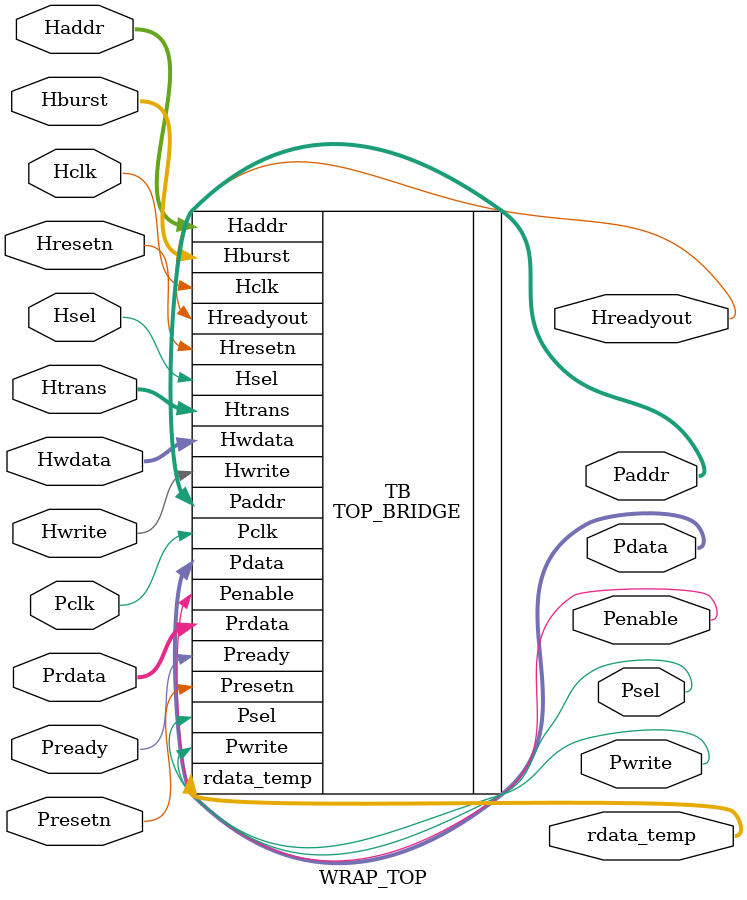
<source format=v>
`timescale 1ns / 1ps

module WRAP_TOP(
                     input Hclk, Pclk, Hresetn, Presetn,
                     input [1:0]       Htrans,
                     input [31:0]       Haddr,
                     input [31:0]       Hwdata,
                     input [1:0]       Hburst,
                     input             Hwrite,
                     input             Hsel,
                     input             Pready,
                     input [31:0]      Prdata,
                     
                     output Psel,
                     output [31:0] Paddr,
                     output [31:0] Pdata,
                     output [31:0] rdata_temp,
                     output Pwrite,
                     output Hreadyout,
                     output Penable
    );
    
    TOP_BRIDGE TB (
                     .Hclk(Hclk), 
                     .Pclk(Pclk), 
                     .Hresetn(Hresetn), 
                     .Presetn(Presetn),
                     .Htrans(Htrans),
                     .Haddr(Haddr),
                     .Hwdata(Hwdata),
                     .Hburst(Hburst),
                     .Hwrite(Hwrite),
                     .Hsel(Hsel),
                     .Pready(Pready),
                     .Prdata(Prdata),
   
                     .Psel(Psel),
                     .Paddr(Paddr),
                     .Pdata(Pdata),
                     .rdata_temp(rdata_temp),
                     .Pwrite(Pwrite),
                     .Penable(Penable),
                     .Hreadyout(Hreadyout)
                    
    );
endmodule

</source>
